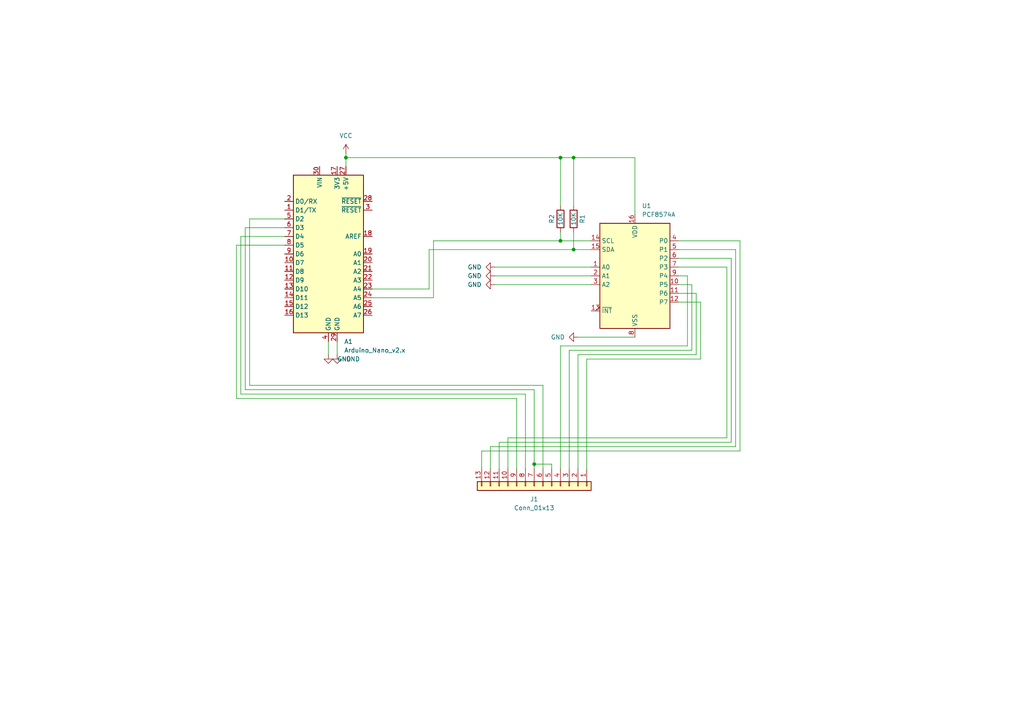
<source format=kicad_sch>
(kicad_sch (version 20211123) (generator eeschema)
  (paper "A4")
  (title_block (title "MIDI Keyboard Arduino") (date "2022-06-16") (rev "v01") (comment 1 "Dean Tsankov"))
  (lib_symbols
    (symbol "Connector_Generic:Conn_01x13" (pin_names (offset 1.016) hide)
      (property "Reference" "J" (at 0 17.78 0))
      (property "Value" "Conn_01x13" (at 0 -17.78 0))
      (symbol "Conn_01x13_1_1"
        (rectangle (start -1.27 -15.113) (end 0 -15.367) (stroke (width 0.1524)))
        (rectangle (start -1.27 -12.573) (end 0 -12.827) (stroke (width 0.1524)))
        (rectangle (start -1.27 -10.033) (end 0 -10.287) (stroke (width 0.1524)))
        (rectangle (start -1.27 -7.493) (end 0 -7.747) (stroke (width 0.1524)))
        (rectangle (start -1.27 -4.953) (end 0 -5.207) (stroke (width 0.1524)))
        (rectangle (start -1.27 -2.413) (end 0 -2.667) (stroke (width 0.1524)))
        (rectangle (start -1.27 0.127) (end 0 -0.127) (stroke (width 0.1524)))
        (rectangle (start -1.27 2.667) (end 0 2.413) (stroke (width 0.1524)))
        (rectangle (start -1.27 5.207) (end 0 4.953) (stroke (width 0.1524)))
        (rectangle (start -1.27 7.747) (end 0 7.493) (stroke (width 0.1524)))
        (rectangle (start -1.27 10.287) (end 0 10.033) (stroke (width 0.1524)))
        (rectangle (start -1.27 12.827) (end 0 12.573) (stroke (width 0.1524)))
        (rectangle (start -1.27 15.367) (end 0 15.113) (stroke (width 0.1524)))
        (rectangle (start -1.27 16.51) (end 1.27 -16.51) (stroke (width 0.254)) (fill (type background)))
        (pin passive line (at -5.08 15.24 0) (length 3.81) (name "Pin_1") (number "1"))
        (pin passive line (at -5.08 -7.62 0) (length 3.81) (name "Pin_10") (number "10"))
        (pin passive line (at -5.08 -10.16 0) (length 3.81) (name "Pin_11") (number "11"))
        (pin passive line (at -5.08 -12.7 0) (length 3.81) (name "Pin_12") (number "12"))
        (pin passive line (at -5.08 -15.24 0) (length 3.81) (name "Pin_13") (number "13"))
        (pin passive line (at -5.08 12.7 0) (length 3.81) (name "Pin_2") (number "2"))
        (pin passive line (at -5.08 10.16 0) (length 3.81) (name "Pin_3") (number "3"))
        (pin passive line (at -5.08 7.62 0) (length 3.81) (name "Pin_4") (number "4"))
        (pin passive line (at -5.08 5.08 0) (length 3.81) (name "Pin_5") (number "5"))
        (pin passive line (at -5.08 2.54 0) (length 3.81) (name "Pin_6") (number "6"))
        (pin passive line (at -5.08 0 0) (length 3.81) (name "Pin_7") (number "7"))
        (pin passive line (at -5.08 -2.54 0) (length 3.81) (name "Pin_8") (number "8"))
        (pin passive line (at -5.08 -5.08 0) (length 3.81) (name "Pin_9") (number "9"))
      )
    )
    (symbol "Device:R" (pin_numbers hide) (pin_names (offset 0))
      (property "Reference" "R" (at 2.032 0 90))
      (property "Value" "R" (at 0 0 90))
      (symbol "R_0_1"
        (rectangle (start -1.016 -2.54) (end 1.016 2.54) (stroke (width 0.254)))
      )
      (symbol "R_1_1"
        (pin passive line (at 0 3.81 270) (length 1.27) (name "~") (number "1"))
        (pin passive line (at 0 -3.81 90) (length 1.27) (name "~") (number "2"))
      )
    )
    (symbol "Interface_Expansion:PCF8574A"
      (property "Reference" "U" (at -8.89 16.51 0))
      (property "Value" "PCF8574A" (at 2.54 16.51 0))
      (symbol "PCF8574A_0_1"
        (rectangle (start -10.16 15.24) (end 10.16 -15.24) (stroke (width 0.254)) (fill (type background)))
      )
      (symbol "PCF8574A_1_1"
        (pin input line (at -12.7 2.54 0) (length 2.54) (name "A0") (number "1"))
        (pin bidirectional line (at 12.7 -2.54 180) (length 2.54) (name "P5") (number "10"))
        (pin bidirectional line (at 12.7 -5.08 180) (length 2.54) (name "P6") (number "11"))
        (pin bidirectional line (at 12.7 -7.62 180) (length 2.54) (name "P7") (number "12"))
        (pin open_collector output_low (at -12.7 -10.16 0) (length 2.54) (name "~{INT}") (number "13"))
        (pin input line (at -12.7 10.16 0) (length 2.54) (name "SCL") (number "14"))
        (pin bidirectional line (at -12.7 7.62 0) (length 2.54) (name "SDA") (number "15"))
        (pin power_in line (at 0 17.78 270) (length 2.54) (name "VDD") (number "16"))
        (pin input line (at -12.7 0 0) (length 2.54) (name "A1") (number "2"))
        (pin input line (at -12.7 -2.54 0) (length 2.54) (name "A2") (number "3"))
        (pin bidirectional line (at 12.7 10.16 180) (length 2.54) (name "P0") (number "4"))
        (pin bidirectional line (at 12.7 7.62 180) (length 2.54) (name "P1") (number "5"))
        (pin bidirectional line (at 12.7 5.08 180) (length 2.54) (name "P2") (number "6"))
        (pin bidirectional line (at 12.7 2.54 180) (length 2.54) (name "P3") (number "7"))
        (pin power_in line (at 0 -17.78 90) (length 2.54) (name "VSS") (number "8"))
        (pin bidirectional line (at 12.7 0 180) (length 2.54) (name "P4") (number "9"))
      )
    )
    (symbol "MCU_Module:Arduino_Nano_v2.x"
      (property "Reference" "A" (at -10.16 23.495 0))
      (property "Value" "Arduino_Nano_v2.x" (at 5.08 -24.13 0))
      (symbol "Arduino_Nano_v2.x_0_1"
        (rectangle (start -10.16 22.86) (end 10.16 -22.86) (stroke (width 0.254)) (fill (type background)))
      )
      (symbol "Arduino_Nano_v2.x_1_1"
        (pin bidirectional line (at -12.7 12.7 0) (length 2.54) (name "D1/TX") (number "1"))
        (pin bidirectional line (at -12.7 -2.54 0) (length 2.54) (name "D7") (number "10"))
        (pin bidirectional line (at -12.7 -5.08 0) (length 2.54) (name "D8") (number "11"))
        (pin bidirectional line (at -12.7 -7.62 0) (length 2.54) (name "D9") (number "12"))
        (pin bidirectional line (at -12.7 -10.16 0) (length 2.54) (name "D10") (number "13"))
        (pin bidirectional line (at -12.7 -12.7 0) (length 2.54) (name "D11") (number "14"))
        (pin bidirectional line (at -12.7 -15.24 0) (length 2.54) (name "D12") (number "15"))
        (pin bidirectional line (at -12.7 -17.78 0) (length 2.54) (name "D13") (number "16"))
        (pin power_out line (at 2.54 25.4 270) (length 2.54) (name "3V3") (number "17"))
        (pin input line (at 12.7 5.08 180) (length 2.54) (name "AREF") (number "18"))
        (pin bidirectional line (at 12.7 0 180) (length 2.54) (name "A0") (number "19"))
        (pin bidirectional line (at -12.7 15.24 0) (length 2.54) (name "D0/RX") (number "2"))
        (pin bidirectional line (at 12.7 -2.54 180) (length 2.54) (name "A1") (number "20"))
        (pin bidirectional line (at 12.7 -5.08 180) (length 2.54) (name "A2") (number "21"))
        (pin bidirectional line (at 12.7 -7.62 180) (length 2.54) (name "A3") (number "22"))
        (pin bidirectional line (at 12.7 -10.16 180) (length 2.54) (name "A4") (number "23"))
        (pin bidirectional line (at 12.7 -12.7 180) (length 2.54) (name "A5") (number "24"))
        (pin bidirectional line (at 12.7 -15.24 180) (length 2.54) (name "A6") (number "25"))
        (pin bidirectional line (at 12.7 -17.78 180) (length 2.54) (name "A7") (number "26"))
        (pin power_out line (at 5.08 25.4 270) (length 2.54) (name "+5V") (number "27"))
        (pin input line (at 12.7 15.24 180) (length 2.54) (name "~{RESET}") (number "28"))
        (pin power_in line (at 2.54 -25.4 90) (length 2.54) (name "GND") (number "29"))
        (pin input line (at 12.7 12.7 180) (length 2.54) (name "~{RESET}") (number "3"))
        (pin power_in line (at -2.54 25.4 270) (length 2.54) (name "VIN") (number "30"))
        (pin power_in line (at 0 -25.4 90) (length 2.54) (name "GND") (number "4"))
        (pin bidirectional line (at -12.7 10.16 0) (length 2.54) (name "D2") (number "5"))
        (pin bidirectional line (at -12.7 7.62 0) (length 2.54) (name "D3") (number "6"))
        (pin bidirectional line (at -12.7 5.08 0) (length 2.54) (name "D4") (number "7"))
        (pin bidirectional line (at -12.7 2.54 0) (length 2.54) (name "D5") (number "8"))
        (pin bidirectional line (at -12.7 0 0) (length 2.54) (name "D6") (number "9"))
      )
    )
    (symbol "power:GND" (power) (pin_names (offset 0))
      (property "Value" "GND" (at 0 -3.81 0))
      (symbol "GND_0_1"
        (polyline (pts (xy 0 0) (xy 0 -1.27) (xy 1.27 -1.27) (xy 0 -2.54) (xy -1.27 -1.27) (xy 0 -1.27)))
      )
      (symbol "GND_1_1"
        (pin power_in line (at 0 0 270) (length 0) hide (name "GND") (number "1"))
      )
    )
    (symbol "power:VCC" (power) (pin_names (offset 0))
      (property "Value" "VCC" (at 0 3.81 0))
      (symbol "VCC_0_1"
        (polyline (pts (xy -0.762 1.27) (xy 0 2.54)))
        (polyline (pts (xy 0 0) (xy 0 2.54)))
        (polyline (pts (xy 0 2.54) (xy 0.762 1.27)))
      )
      (symbol "VCC_1_1"
        (pin power_in line (at 0 0 90) (length 0) hide (name "VCC") (number "1"))
      )
    )
  )
  (junction (at 162.56 45.72))
  (junction (at 100.33 45.72))
  (junction (at 162.56 69.85))
  (junction (at 166.37 45.72))
  (junction (at 154.94 134.62))
  (junction (at 166.37 72.39))
  (wire (pts (xy 157.48 111.76) (xy 157.48 135.89)))
  (wire (pts (xy 162.56 67.31) (xy 162.56 69.85)))
  (wire (pts (xy 100.33 45.72) (xy 162.56 45.72)))
  (wire (pts (xy 71.12 113.03) (xy 154.94 113.03)))
  (wire (pts (xy 82.55 66.04) (xy 71.12 66.04)))
  (wire (pts (xy 214.63 130.81) (xy 214.63 69.85)))
  (wire (pts (xy 162.56 100.33) (xy 199.39 100.33)))
  (wire (pts (xy 167.64 102.87) (xy 201.93 102.87)))
  (wire (pts (xy 165.1 101.6) (xy 165.1 135.89)))
  (wire (pts (xy 210.82 127) (xy 210.82 77.47)))
  (wire (pts (xy 143.51 77.47) (xy 171.45 77.47)))
  (wire (pts (xy 213.36 129.54) (xy 213.36 72.39)))
  (wire (pts (xy 200.66 101.6) (xy 200.66 82.55)))
  (wire (pts (xy 125.73 69.85) (xy 162.56 69.85)))
  (wire (pts (xy 69.85 68.58) (xy 82.55 68.58)))
  (wire (pts (xy 72.39 63.5) (xy 82.55 63.5)))
  (wire (pts (xy 196.85 85.09) (xy 201.93 85.09)))
  (wire (pts (xy 162.56 100.33) (xy 162.56 135.89)))
  (wire (pts (xy 147.32 127) (xy 210.82 127)))
  (wire (pts (xy 107.95 86.36) (xy 125.73 86.36)))
  (wire (pts (xy 203.2 87.63) (xy 196.85 87.63)))
  (wire (pts (xy 95.25 99.06) (xy 95.25 102.87)))
  (wire (pts (xy 162.56 45.72) (xy 162.56 59.69)))
  (wire (pts (xy 166.37 45.72) (xy 166.37 59.69)))
  (wire (pts (xy 154.94 134.62) (xy 160.02 134.62)))
  (wire (pts (xy 160.02 134.62) (xy 160.02 135.89)))
  (wire (pts (xy 139.7 130.81) (xy 214.63 130.81)))
  (wire (pts (xy 69.85 114.3) (xy 152.4 114.3)))
  (wire (pts (xy 167.64 102.87) (xy 167.64 135.89)))
  (wire (pts (xy 212.09 128.27) (xy 212.09 74.93)))
  (wire (pts (xy 142.24 129.54) (xy 142.24 135.89)))
  (wire (pts (xy 72.39 111.76) (xy 72.39 63.5)))
  (wire (pts (xy 166.37 67.31) (xy 166.37 72.39)))
  (wire (pts (xy 210.82 77.47) (xy 196.85 77.47)))
  (wire (pts (xy 203.2 104.14) (xy 203.2 87.63)))
  (wire (pts (xy 212.09 74.93) (xy 196.85 74.93)))
  (wire (pts (xy 100.33 44.45) (xy 100.33 45.72)))
  (wire (pts (xy 72.39 111.76) (xy 157.48 111.76)))
  (wire (pts (xy 68.58 115.57) (xy 149.86 115.57)))
  (wire (pts (xy 200.66 82.55) (xy 196.85 82.55)))
  (wire (pts (xy 147.32 127) (xy 147.32 135.89)))
  (wire (pts (xy 68.58 71.12) (xy 82.55 71.12)))
  (wire (pts (xy 143.51 82.55) (xy 171.45 82.55)))
  (wire (pts (xy 139.7 135.89) (xy 139.7 130.81)))
  (wire (pts (xy 213.36 72.39) (xy 196.85 72.39)))
  (wire (pts (xy 154.94 113.03) (xy 154.94 134.62)))
  (wire (pts (xy 97.79 99.06) (xy 97.79 102.87)))
  (wire (pts (xy 166.37 72.39) (xy 171.45 72.39)))
  (wire (pts (xy 167.64 97.79) (xy 184.15 97.79)))
  (wire (pts (xy 143.51 80.01) (xy 171.45 80.01)))
  (wire (pts (xy 162.56 69.85) (xy 171.45 69.85)))
  (wire (pts (xy 166.37 45.72) (xy 184.15 45.72)))
  (wire (pts (xy 144.78 128.27) (xy 144.78 135.89)))
  (wire (pts (xy 184.15 45.72) (xy 184.15 62.23)))
  (wire (pts (xy 124.46 83.82) (xy 124.46 72.39)))
  (wire (pts (xy 144.78 128.27) (xy 212.09 128.27)))
  (wire (pts (xy 69.85 114.3) (xy 69.85 68.58)))
  (wire (pts (xy 142.24 129.54) (xy 213.36 129.54)))
  (wire (pts (xy 68.58 115.57) (xy 68.58 71.12)))
  (wire (pts (xy 154.94 135.89) (xy 154.94 134.62)))
  (wire (pts (xy 107.95 83.82) (xy 124.46 83.82)))
  (wire (pts (xy 170.18 104.14) (xy 203.2 104.14)))
  (wire (pts (xy 124.46 72.39) (xy 166.37 72.39)))
  (wire (pts (xy 149.86 115.57) (xy 149.86 135.89)))
  (wire (pts (xy 165.1 101.6) (xy 200.66 101.6)))
  (wire (pts (xy 199.39 100.33) (xy 199.39 80.01)))
  (wire (pts (xy 199.39 80.01) (xy 196.85 80.01)))
  (wire (pts (xy 125.73 86.36) (xy 125.73 69.85)))
  (wire (pts (xy 170.18 104.14) (xy 170.18 135.89)))
  (wire (pts (xy 100.33 45.72) (xy 100.33 48.26)))
  (wire (pts (xy 201.93 102.87) (xy 201.93 85.09)))
  (wire (pts (xy 71.12 66.04) (xy 71.12 113.03)))
  (wire (pts (xy 214.63 69.85) (xy 196.85 69.85)))
  (wire (pts (xy 162.56 45.72) (xy 166.37 45.72)))
  (wire (pts (xy 152.4 114.3) (xy 152.4 135.89)))
  (symbol (lib_id "Connector_Generic:Conn_01x13") (at 154.94 140.97 270) (unit 1)
    (property "Reference" "J1" (at 154.94 144.78 90))
    (property "Value" "Conn_01x13" (at 154.94 147.32 90))
    (property "Footprint" "Connector_PinSocket_2.54mm:PinSocket_1x13_P2.54mm_Vertical" (effects hide))
  )
  (symbol (lib_id "power:GND") (at 167.64 97.79 270) (unit 1)
    (property "Reference" "#PWR0101" (effects hide))
    (property "Value" "GND" (at 163.83 97.7899 90) (effects (justify right)))
  )
  (symbol (lib_id "power:GND") (at 143.51 82.55 270) (unit 1)
    (property "Reference" "#PWR0105" (effects hide))
    (property "Value" "GND" (at 139.7 82.5499 90) (effects (justify right)))
  )
  (symbol (lib_id "Device:R") (at 162.56 63.5 0) (unit 1)
    (property "Reference" "R2" (at 160.02 63.5 90))
    (property "Value" "10K" (at 162.56 63.5 90))
    (property "Footprint" "Resistor_THT:R_Axial_DIN0207_L6.3mm_D2.5mm_P10.16mm_Horizontal" (effects hide))
  )
  (symbol (lib_id "power:VCC") (at 100.33 44.45 0) (unit 1)
    (property "Reference" "#PWR?" (effects hide))
    (property "Value" "VCC" (at 100.33 39.37 0))
  )
  (symbol (lib_id "power:GND") (at 143.51 80.01 270) (unit 1)
    (property "Reference" "#PWR0104" (effects hide))
    (property "Value" "GND" (at 139.7 80.0099 90) (effects (justify right)))
  )
  (symbol (lib_id "power:GND") (at 143.51 77.47 270) (unit 1)
    (property "Reference" "#PWR0102" (effects hide))
    (property "Value" "GND" (at 139.7 77.4699 90) (effects (justify right)))
  )
  (symbol (lib_id "Interface_Expansion:PCF8574A") (at 184.15 80.01 0) (unit 1)
    (property "Reference" "U1" (at 186.1694 59.69 0) (effects (justify left)))
    (property "Value" "PCF8574A" (at 186.1694 62.23 0) (effects (justify left)))
    (property "Footprint" "Package_DIP:DIP-16_W7.62mm_Socket" (effects hide))
    (property "Datasheet" "http://www.nxp.com/documents/data_sheet/PCF8574_PCF8574A.pdf" (effects hide))
  )
  (symbol (lib_id "Device:R") (at 166.37 63.5 0) (unit 1)
    (property "Reference" "R1" (at 168.91 63.5 90))
    (property "Value" "10K" (at 166.37 63.5 90))
    (property "Footprint" "Resistor_THT:R_Axial_DIN0207_L6.3mm_D2.5mm_P10.16mm_Horizontal" (effects hide))
  )
  (symbol (lib_id "power:GND") (at 97.79 102.87 0) (unit 1)
    (property "Reference" "#PWR?" (effects hide))
    (property "Value" "GND" (at 100.33 104.1399 0) (effects (justify left)))
  )
  (symbol (lib_id "power:GND") (at 95.25 102.87 0) (unit 1)
    (property "Reference" "#PWR?" (effects hide))
    (property "Value" "GND" (at 97.79 104.1399 0) (effects (justify left)))
  )
  (symbol (lib_id "MCU_Module:Arduino_Nano_v2.x") (at 95.25 73.66 0) (unit 1)
    (property "Reference" "A1" (at 99.8094 99.06 0) (effects (justify left)))
    (property "Value" "Arduino_Nano_v2.x" (at 99.8094 101.6 0) (effects (justify left)))
    (property "Footprint" "Module:Arduino_Nano_WithMountingHoles" (effects hide))
    (property "Datasheet" "https://www.arduino.cc/en/uploads/Main/ArduinoNanoManual23.pdf" (effects hide))
  )
)
</source>
